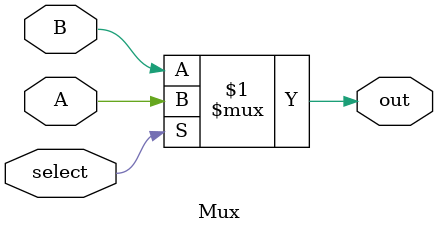
<source format=v>
module Mux(A,B,select,out);
input A,B,select;
output out;
assign out = select ?A:B; //assign out = (A&S)|(B&~S)
endmodule

</source>
